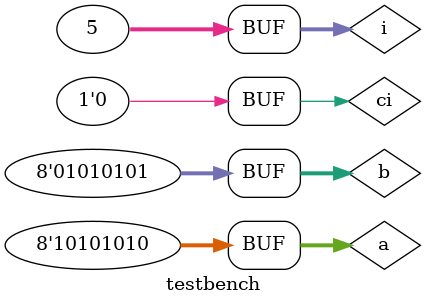
<source format=sv>



module testbench;  
    	// 1. Declare testbench variables  
   	reg [7:0] a;  
   	reg [7:0] b;  
   	reg ci;  
   	wire [7:0] s;  
   	wire co;
   	integer i;  
  
    	// 2. Instantiate the design and connect to testbench variables  
adder_8  fa0 (s, co, of, a, b, ci); 
  
    	// 3. Provide stimulus to test the design  
initial begin  
      	a <= 0;  
      	b <= 0;  
      	ci <= 0;    
  	#10;
      	// Use a for loop to apply random values to the input  
      	for (i = 0; i < 5; i = i+1) begin  
         	a <= $random;  
             	b <= $random;  
             	ci <= $random;  
		#10;
      	end  
	a <= 8'haa;  
      	b <= 8'h55;  
      	ci <= 0;
end  
endmodule




</source>
